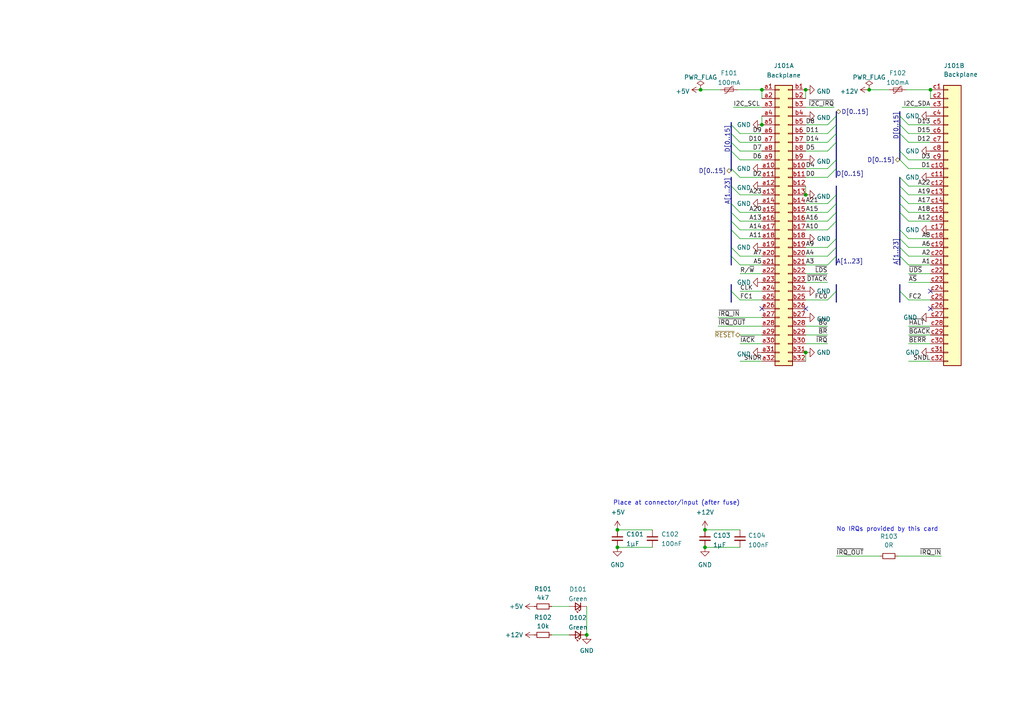
<source format=kicad_sch>
(kicad_sch (version 20211123) (generator eeschema)
  (paper "A4")
  (title_block (title "Backplane Breakout") (rev "1") (company "Tristan Seifert") (comment 1 "Exposes most backplane signals on .1\" headers"))
  (lib_symbols
    (symbol "68komputer-common:Conn_03x32_Row_Letter_First" (pin_names (offset 1.016) hide)
      (property "Reference" "J" (at 1.27 40.64 0))
      (property "Value" "Conn_03x32_Row_Letter_First" (at 1.27 -43.18 0))
      (symbol "Conn_03x32_Row_Letter_First_1_1"
        (rectangle (start -1.27 -40.513) (end 0 -40.767) (stroke (width 0.1524)))
        (rectangle (start -1.27 -37.973) (end 0 -38.227) (stroke (width 0.1524)))
        (rectangle (start -1.27 -35.433) (end 0 -35.687) (stroke (width 0.1524)))
        (rectangle (start -1.27 -32.893) (end 0 -33.147) (stroke (width 0.1524)))
        (rectangle (start -1.27 -30.353) (end 0 -30.607) (stroke (width 0.1524)))
        (rectangle (start -1.27 -27.813) (end 0 -28.067) (stroke (width 0.1524)))
        (rectangle (start -1.27 -25.273) (end 0 -25.527) (stroke (width 0.1524)))
        (rectangle (start -1.27 -22.733) (end 0 -22.987) (stroke (width 0.1524)))
        (rectangle (start -1.27 -20.193) (end 0 -20.447) (stroke (width 0.1524)))
        (rectangle (start -1.27 -17.653) (end 0 -17.907) (stroke (width 0.1524)))
        (rectangle (start -1.27 -15.113) (end 0 -15.367) (stroke (width 0.1524)))
        (rectangle (start -1.27 -12.573) (end 0 -12.827) (stroke (width 0.1524)))
        (rectangle (start -1.27 -10.033) (end 0 -10.287) (stroke (width 0.1524)))
        (rectangle (start -1.27 -7.493) (end 0 -7.747) (stroke (width 0.1524)))
        (rectangle (start -1.27 -4.953) (end 0 -5.207) (stroke (width 0.1524)))
        (rectangle (start -1.27 -2.413) (end 0 -2.667) (stroke (width 0.1524)))
        (rectangle (start -1.27 0.127) (end 0 -0.127) (stroke (width 0.1524)))
        (rectangle (start -1.27 2.667) (end 0 2.413) (stroke (width 0.1524)))
        (rectangle (start -1.27 5.207) (end 0 4.953) (stroke (width 0.1524)))
        (rectangle (start -1.27 7.747) (end 0 7.493) (stroke (width 0.1524)))
        (rectangle (start -1.27 10.287) (end 0 10.033) (stroke (width 0.1524)))
        (rectangle (start -1.27 12.827) (end 0 12.573) (stroke (width 0.1524)))
        (rectangle (start -1.27 15.367) (end 0 15.113) (stroke (width 0.1524)))
        (rectangle (start -1.27 17.907) (end 0 17.653) (stroke (width 0.1524)))
        (rectangle (start -1.27 20.447) (end 0 20.193) (stroke (width 0.1524)))
        (rectangle (start -1.27 22.987) (end 0 22.733) (stroke (width 0.1524)))
        (rectangle (start -1.27 25.527) (end 0 25.273) (stroke (width 0.1524)))
        (rectangle (start -1.27 28.067) (end 0 27.813) (stroke (width 0.1524)))
        (rectangle (start -1.27 30.607) (end 0 30.353) (stroke (width 0.1524)))
        (rectangle (start -1.27 33.147) (end 0 32.893) (stroke (width 0.1524)))
        (rectangle (start -1.27 35.687) (end 0 35.433) (stroke (width 0.1524)))
        (rectangle (start -1.27 38.227) (end 0 37.973) (stroke (width 0.1524)))
        (rectangle (start -1.27 39.37) (end 3.81 -41.91) (stroke (width 0.254)) (fill (type background)))
        (rectangle (start 3.81 -40.513) (end 2.54 -40.767) (stroke (width 0.1524)))
        (rectangle (start 3.81 -37.973) (end 2.54 -38.227) (stroke (width 0.1524)))
        (rectangle (start 3.81 -35.433) (end 2.54 -35.687) (stroke (width 0.1524)))
        (rectangle (start 3.81 -32.893) (end 2.54 -33.147) (stroke (width 0.1524)))
        (rectangle (start 3.81 -30.353) (end 2.54 -30.607) (stroke (width 0.1524)))
        (rectangle (start 3.81 -27.813) (end 2.54 -28.067) (stroke (width 0.1524)))
        (rectangle (start 3.81 -25.273) (end 2.54 -25.527) (stroke (width 0.1524)))
        (rectangle (start 3.81 -22.733) (end 2.54 -22.987) (stroke (width 0.1524)))
        (rectangle (start 3.81 -20.193) (end 2.54 -20.447) (stroke (width 0.1524)))
        (rectangle (start 3.81 -17.653) (end 2.54 -17.907) (stroke (width 0.1524)))
        (rectangle (start 3.81 -15.113) (end 2.54 -15.367) (stroke (width 0.1524)))
        (rectangle (start 3.81 -12.573) (end 2.54 -12.827) (stroke (width 0.1524)))
        (rectangle (start 3.81 -10.033) (end 2.54 -10.287) (stroke (width 0.1524)))
        (rectangle (start 3.81 -7.493) (end 2.54 -7.747) (stroke (width 0.1524)))
        (rectangle (start 3.81 -4.953) (end 2.54 -5.207) (stroke (width 0.1524)))
        (rectangle (start 3.81 -2.413) (end 2.54 -2.667) (stroke (width 0.1524)))
        (rectangle (start 3.81 0.127) (end 2.54 -0.127) (stroke (width 0.1524)))
        (rectangle (start 3.81 2.667) (end 2.54 2.413) (stroke (width 0.1524)))
        (rectangle (start 3.81 5.207) (end 2.54 4.953) (stroke (width 0.1524)))
        (rectangle (start 3.81 7.747) (end 2.54 7.493) (stroke (width 0.1524)))
        (rectangle (start 3.81 10.287) (end 2.54 10.033) (stroke (width 0.1524)))
        (rectangle (start 3.81 12.827) (end 2.54 12.573) (stroke (width 0.1524)))
        (rectangle (start 3.81 15.367) (end 2.54 15.113) (stroke (width 0.1524)))
        (rectangle (start 3.81 17.907) (end 2.54 17.653) (stroke (width 0.1524)))
        (rectangle (start 3.81 20.447) (end 2.54 20.193) (stroke (width 0.1524)))
        (rectangle (start 3.81 22.987) (end 2.54 22.733) (stroke (width 0.1524)))
        (rectangle (start 3.81 25.527) (end 2.54 25.273) (stroke (width 0.1524)))
        (rectangle (start 3.81 28.067) (end 2.54 27.813) (stroke (width 0.1524)))
        (rectangle (start 3.81 30.607) (end 2.54 30.353) (stroke (width 0.1524)))
        (rectangle (start 3.81 33.147) (end 2.54 32.893) (stroke (width 0.1524)))
        (rectangle (start 3.81 35.687) (end 2.54 35.433) (stroke (width 0.1524)))
        (rectangle (start 3.81 38.227) (end 2.54 37.973) (stroke (width 0.1524)))
        (pin passive line (at -5.08 38.1 0) (length 3.81) (name "Pin_a1") (number "a1"))
        (pin passive line (at -5.08 15.24 0) (length 3.81) (name "Pin_a10") (number "a10"))
        (pin passive line (at -5.08 12.7 0) (length 3.81) (name "Pin_a11") (number "a11"))
        (pin passive line (at -5.08 10.16 0) (length 3.81) (name "Pin_a12") (number "a12"))
        (pin passive line (at -5.08 7.62 0) (length 3.81) (name "Pin_a13") (number "a13"))
        (pin passive line (at -5.08 5.08 0) (length 3.81) (name "Pin_a14") (number "a14"))
        (pin passive line (at -5.08 2.54 0) (length 3.81) (name "Pin_a15") (number "a15"))
        (pin passive line (at -5.08 0 0) (length 3.81) (name "Pin_a16") (number "a16"))
        (pin passive line (at -5.08 -2.54 0) (length 3.81) (name "Pin_a17") (number "a17"))
        (pin passive line (at -5.08 -5.08 0) (length 3.81) (name "Pin_a18") (number "a18"))
        (pin passive line (at -5.08 -7.62 0) (length 3.81) (name "Pin_a19") (number "a19"))
        (pin passive line (at -5.08 35.56 0) (length 3.81) (name "Pin_a2") (number "a2"))
        (pin passive line (at -5.08 -10.16 0) (length 3.81) (name "Pin_a20") (number "a20"))
        (pin passive line (at -5.08 -12.7 0) (length 3.81) (name "Pin_a21") (number "a21"))
        (pin passive line (at -5.08 -15.24 0) (length 3.81) (name "Pin_a22") (number "a22"))
        (pin passive line (at -5.08 -17.78 0) (length 3.81) (name "Pin_a23") (number "a23"))
        (pin passive line (at -5.08 -20.32 0) (length 3.81) (name "Pin_a24") (number "a24"))
        (pin passive line (at -5.08 -22.86 0) (length 3.81) (name "Pin_a25") (number "a25"))
        (pin passive line (at -5.08 -25.4 0) (length 3.81) (name "Pin_a26") (number "a26"))
        (pin passive line (at -5.08 -27.94 0) (length 3.81) (name "Pin_a27") (number "a27"))
        (pin passive line (at -5.08 -30.48 0) (length 3.81) (name "Pin_a28") (number "a28"))
        (pin passive line (at -5.08 -33.02 0) (length 3.81) (name "Pin_a29") (number "a29"))
        (pin passive line (at -5.08 33.02 0) (length 3.81) (name "Pin_a3") (number "a3"))
        (pin passive line (at -5.08 -35.56 0) (length 3.81) (name "Pin_a30") (number "a30"))
        (pin passive line (at -5.08 -38.1 0) (length 3.81) (name "Pin_a31") (number "a31"))
        (pin passive line (at -5.08 -40.64 0) (length 3.81) (name "Pin_a32") (number "a32"))
        (pin passive line (at -5.08 30.48 0) (length 3.81) (name "Pin_a4") (number "a4"))
        (pin passive line (at -5.08 27.94 0) (length 3.81) (name "Pin_a5") (number "a5"))
        (pin passive line (at -5.08 25.4 0) (length 3.81) (name "Pin_a6") (number "a6"))
        (pin passive line (at -5.08 22.86 0) (length 3.81) (name "Pin_a7") (number "a7"))
        (pin passive line (at -5.08 20.32 0) (length 3.81) (name "Pin_a8") (number "a8"))
        (pin passive line (at -5.08 17.78 0) (length 3.81) (name "Pin_a9") (number "a9"))
        (pin passive line (at 7.62 38.1 180) (length 3.81) (name "Pin_b1") (number "b1"))
        (pin passive line (at 7.62 15.24 180) (length 3.81) (name "Pin_b10") (number "b10"))
        (pin passive line (at 7.62 12.7 180) (length 3.81) (name "Pin_b11") (number "b11"))
        (pin passive line (at 7.62 10.16 180) (length 3.81) (name "Pin_b12") (number "b12"))
        (pin passive line (at 7.62 7.62 180) (length 3.81) (name "Pin_b13") (number "b13"))
        (pin passive line (at 7.62 5.08 180) (length 3.81) (name "Pin_b14") (number "b14"))
        (pin passive line (at 7.62 2.54 180) (length 3.81) (name "Pin_b15") (number "b15"))
        (pin passive line (at 7.62 0 180) (length 3.81) (name "Pin_b16") (number "b16"))
        (pin passive line (at 7.62 -2.54 180) (length 3.81) (name "Pin_b17") (number "b17"))
        (pin passive line (at 7.62 -5.08 180) (length 3.81) (name "Pin_b18") (number "b18"))
        (pin passive line (at 7.62 -7.62 180) (length 3.81) (name "Pin_b19") (number "b19"))
        (pin passive line (at 7.62 35.56 180) (length 3.81) (name "Pin_b2") (number "b2"))
        (pin passive line (at 7.62 -10.16 180) (length 3.81) (name "Pin_b20") (number "b20"))
        (pin passive line (at 7.62 -12.7 180) (length 3.81) (name "Pin_b21") (number "b21"))
        (pin passive line (at 7.62 -15.24 180) (length 3.81) (name "Pin_b22") (number "b22"))
        (pin passive line (at 7.62 -17.78 180) (length 3.81) (name "Pin_b23") (number "b23"))
        (pin passive line (at 7.62 -20.32 180) (length 3.81) (name "Pin_b24") (number "b24"))
        (pin passive line (at 7.62 -22.86 180) (length 3.81) (name "Pin_b25") (number "b25"))
        (pin passive line (at 7.62 -25.4 180) (length 3.81) (name "Pin_b26") (number "b26"))
        (pin passive line (at 7.62 -27.94 180) (length 3.81) (name "Pin_b27") (number "b27"))
        (pin passive line (at 7.62 -30.48 180) (length 3.81) (name "Pin_b28") (number "b28"))
        (pin passive line (at 7.62 -33.02 180) (length 3.81) (name "Pin_b29") (number "b29"))
        (pin passive line (at 7.62 33.02 180) (length 3.81) (name "Pin_b3") (number "b3"))
        (pin passive line (at 7.62 -35.56 180) (length 3.81) (name "Pin_b30") (number "b30"))
        (pin passive line (at 7.62 -38.1 180) (length 3.81) (name "Pin_b31") (number "b31"))
        (pin passive line (at 7.62 -40.64 180) (length 3.81) (name "Pin_b32") (number "b32"))
        (pin passive line (at 7.62 30.48 180) (length 3.81) (name "Pin_b4") (number "b4"))
        (pin passive line (at 7.62 27.94 180) (length 3.81) (name "Pin_b5") (number "b5"))
        (pin passive line (at 7.62 25.4 180) (length 3.81) (name "Pin_b6") (number "b6"))
        (pin passive line (at 7.62 22.86 180) (length 3.81) (name "Pin_b7") (number "b7"))
        (pin passive line (at 7.62 20.32 180) (length 3.81) (name "Pin_b8") (number "b8"))
        (pin passive line (at 7.62 17.78 180) (length 3.81) (name "Pin_b9") (number "b9"))
      )
      (symbol "Conn_03x32_Row_Letter_First_2_1"
        (rectangle (start -1.27 39.37) (end 3.81 -41.91) (stroke (width 0.254)) (fill (type background)))
        (rectangle (start 3.81 -40.513) (end 2.54 -40.767) (stroke (width 0.1524)))
        (rectangle (start 3.81 -37.973) (end 2.54 -38.227) (stroke (width 0.1524)))
        (rectangle (start 3.81 -35.433) (end 2.54 -35.687) (stroke (width 0.1524)))
        (rectangle (start 3.81 -32.893) (end 2.54 -33.147) (stroke (width 0.1524)))
        (rectangle (start 3.81 -30.353) (end 2.54 -30.607) (stroke (width 0.1524)))
        (rectangle (start 3.81 -27.813) (end 2.54 -28.067) (stroke (width 0.1524)))
        (rectangle (start 3.81 -25.273) (end 2.54 -25.527) (stroke (width 0.1524)))
        (rectangle (start 3.81 -22.733) (end 2.54 -22.987) (stroke (width 0.1524)))
        (rectangle (start 3.81 -20.193) (end 2.54 -20.447) (stroke (width 0.1524)))
        (rectangle (start 3.81 -17.653) (end 2.54 -17.907) (stroke (width 0.1524)))
        (rectangle (start 3.81 -15.113) (end 2.54 -15.367) (stroke (width 0.1524)))
        (rectangle (start 3.81 -12.573) (end 2.54 -12.827) (stroke (width 0.1524)))
        (rectangle (start 3.81 -10.033) (end 2.54 -10.287) (stroke (width 0.1524)))
        (rectangle (start 3.81 -7.493) (end 2.54 -7.747) (stroke (width 0.1524)))
        (rectangle (start 3.81 -4.953) (end 2.54 -5.207) (stroke (width 0.1524)))
        (rectangle (start 3.81 -2.413) (end 2.54 -2.667) (stroke (width 0.1524)))
        (rectangle (start 3.81 0.127) (end 2.54 -0.127) (stroke (width 0.1524)))
        (rectangle (start 3.81 2.667) (end 2.54 2.413) (stroke (width 0.1524)))
        (rectangle (start 3.81 5.207) (end 2.54 4.953) (stroke (width 0.1524)))
        (rectangle (start 3.81 7.747) (end 2.54 7.493) (stroke (width 0.1524)))
        (rectangle (start 3.81 10.287) (end 2.54 10.033) (stroke (width 0.1524)))
        (rectangle (start 3.81 12.827) (end 2.54 12.573) (stroke (width 0.1524)))
        (rectangle (start 3.81 15.367) (end 2.54 15.113) (stroke (width 0.1524)))
        (rectangle (start 3.81 17.907) (end 2.54 17.653) (stroke (width 0.1524)))
        (rectangle (start 3.81 20.447) (end 2.54 20.193) (stroke (width 0.1524)))
        (rectangle (start 3.81 22.987) (end 2.54 22.733) (stroke (width 0.1524)))
        (rectangle (start 3.81 25.527) (end 2.54 25.273) (stroke (width 0.1524)))
        (rectangle (start 3.81 28.067) (end 2.54 27.813) (stroke (width 0.1524)))
        (rectangle (start 3.81 30.607) (end 2.54 30.353) (stroke (width 0.1524)))
        (rectangle (start 3.81 33.147) (end 2.54 32.893) (stroke (width 0.1524)))
        (rectangle (start 3.81 35.687) (end 2.54 35.433) (stroke (width 0.1524)))
        (rectangle (start 3.81 38.227) (end 2.54 37.973) (stroke (width 0.1524)))
        (pin passive line (at 7.62 38.1 180) (length 3.81) (name "Pin_c1") (number "c1"))
        (pin passive line (at 7.62 15.24 180) (length 3.81) (name "Pin_c10") (number "c10"))
        (pin passive line (at 7.62 12.7 180) (length 3.81) (name "Pin_c11") (number "c11"))
        (pin passive line (at 7.62 10.16 180) (length 3.81) (name "Pin_c12") (number "c12"))
        (pin passive line (at 7.62 7.62 180) (length 3.81) (name "Pin_c13") (number "c13"))
        (pin passive line (at 7.62 5.08 180) (length 3.81) (name "Pin_c14") (number "c14"))
        (pin passive line (at 7.62 2.54 180) (length 3.81) (name "Pin_c15") (number "c15"))
        (pin passive line (at 7.62 0 180) (length 3.81) (name "Pin_c16") (number "c16"))
        (pin passive line (at 7.62 -2.54 180) (length 3.81) (name "Pin_c17") (number "c17"))
        (pin passive line (at 7.62 -5.08 180) (length 3.81) (name "Pin_c18") (number "c18"))
        (pin passive line (at 7.62 -7.62 180) (length 3.81) (name "Pin_c19") (number "c19"))
        (pin passive line (at 7.62 35.56 180) (length 3.81) (name "Pin_c2") (number "c2"))
        (pin passive line (at 7.62 -10.16 180) (length 3.81) (name "Pin_c20") (number "c20"))
        (pin passive line (at 7.62 -12.7 180) (length 3.81) (name "Pin_c21") (number "c21"))
        (pin passive line (at 7.62 -15.24 180) (length 3.81) (name "Pin_c22") (number "c22"))
        (pin passive line (at 7.62 -17.78 180) (length 3.81) (name "Pin_c23") (number "c23"))
        (pin passive line (at 7.62 -20.32 180) (length 3.81) (name "Pin_c24") (number "c24"))
        (pin passive line (at 7.62 -22.86 180) (length 3.81) (name "Pin_c25") (number "c25"))
        (pin passive line (at 7.62 -25.4 180) (length 3.81) (name "Pin_c26") (number "c26"))
        (pin passive line (at 7.62 -27.94 180) (length 3.81) (name "Pin_c27") (number "c27"))
        (pin passive line (at 7.62 -30.48 180) (length 3.81) (name "Pin_c28") (number "c28"))
        (pin passive line (at 7.62 -33.02 180) (length 3.81) (name "Pin_c29") (number "c29"))
        (pin passive line (at 7.62 33.02 180) (length 3.81) (name "Pin_c3") (number "c3"))
        (pin passive line (at 7.62 -35.56 180) (length 3.81) (name "Pin_c30") (number "c30"))
        (pin passive line (at 7.62 -38.1 180) (length 3.81) (name "Pin_c31") (number "c31"))
        (pin passive line (at 7.62 -40.64 180) (length 3.81) (name "Pin_c32") (number "c32"))
        (pin passive line (at 7.62 30.48 180) (length 3.81) (name "Pin_c4") (number "c4"))
        (pin passive line (at 7.62 27.94 180) (length 3.81) (name "Pin_c5") (number "c5"))
        (pin passive line (at 7.62 25.4 180) (length 3.81) (name "Pin_c6") (number "c6"))
        (pin passive line (at 7.62 22.86 180) (length 3.81) (name "Pin_c7") (number "c7"))
        (pin passive line (at 7.62 20.32 180) (length 3.81) (name "Pin_c8") (number "c8"))
        (pin passive line (at 7.62 17.78 180) (length 3.81) (name "Pin_c9") (number "c9"))
      )
    )
    (symbol "Device:C_Small" (pin_numbers hide) (pin_names (offset 0.254) hide)
      (property "Reference" "C" (at 0.254 1.778 0))
      (property "Value" "C_Small" (at 0.254 -2.032 0))
      (symbol "C_Small_0_1"
        (polyline (pts (xy -1.524 -0.508) (xy 1.524 -0.508)) (stroke (width 0.3302)))
        (polyline (pts (xy -1.524 0.508) (xy 1.524 0.508)) (stroke (width 0.3048)))
      )
      (symbol "C_Small_1_1"
        (pin passive line (at 0 2.54 270) (length 2.032) (name "~") (number "1"))
        (pin passive line (at 0 -2.54 90) (length 2.032) (name "~") (number "2"))
      )
    )
    (symbol "Device:LED_Small" (pin_numbers hide) (pin_names (offset 0.254) hide)
      (property "Reference" "D" (at -1.27 3.175 0))
      (property "Value" "LED_Small" (at -4.445 -2.54 0))
      (symbol "LED_Small_0_1"
        (polyline (pts (xy -0.762 -1.016) (xy -0.762 1.016)) (stroke (width 0.254)))
        (polyline (pts (xy 1.016 0) (xy -0.762 0)))
        (polyline (pts (xy 0.762 -1.016) (xy -0.762 0) (xy 0.762 1.016) (xy 0.762 -1.016)) (stroke (width 0.254)))
        (polyline (pts (xy 0 0.762) (xy -0.508 1.27) (xy -0.254 1.27) (xy -0.508 1.27) (xy -0.508 1.016)))
        (polyline (pts (xy 0.508 1.27) (xy 0 1.778) (xy 0.254 1.778) (xy 0 1.778) (xy 0 1.524)))
      )
      (symbol "LED_Small_1_1"
        (pin passive line (at -2.54 0 0) (length 1.778) (name "K") (number "1"))
        (pin passive line (at 2.54 0 180) (length 1.778) (name "A") (number "2"))
      )
    )
    (symbol "Device:Polyfuse_Small" (pin_numbers hide) (pin_names (offset 0))
      (property "Reference" "F" (at -1.905 0 90))
      (property "Value" "Polyfuse_Small" (at 1.905 0 90))
      (symbol "Polyfuse_Small_0_1"
        (rectangle (start -0.508 1.27) (end 0.508 -1.27))
        (polyline (pts (xy 0 2.54) (xy 0 -2.54)))
        (polyline (pts (xy -1.016 1.27) (xy -1.016 0.762) (xy 1.016 -0.762) (xy 1.016 -1.27)))
      )
      (symbol "Polyfuse_Small_1_1"
        (pin passive line (at 0 2.54 270) (length 0.635) (name "~") (number "1"))
        (pin passive line (at 0 -2.54 90) (length 0.635) (name "~") (number "2"))
      )
    )
    (symbol "Device:R_Small" (pin_numbers hide) (pin_names (offset 0.254) hide)
      (property "Reference" "R" (at 0.762 0.508 0))
      (property "Value" "R_Small" (at 0.762 -1.016 0))
      (symbol "R_Small_0_1"
        (rectangle (start -0.762 1.778) (end 0.762 -1.778) (stroke (width 0.2032)))
      )
      (symbol "R_Small_1_1"
        (pin passive line (at 0 2.54 270) (length 0.762) (name "~") (number "1"))
        (pin passive line (at 0 -2.54 90) (length 0.762) (name "~") (number "2"))
      )
    )
    (symbol "power:+12V" (power) (pin_names (offset 0))
      (property "Value" "+12V" (at 0 3.556 0))
      (symbol "+12V_0_1"
        (polyline (pts (xy -0.762 1.27) (xy 0 2.54)))
        (polyline (pts (xy 0 0) (xy 0 2.54)))
        (polyline (pts (xy 0 2.54) (xy 0.762 1.27)))
      )
      (symbol "+12V_1_1"
        (pin power_in line (at 0 0 90) (length 0) hide (name "+12V") (number "1"))
      )
    )
    (symbol "power:+5V" (power) (pin_names (offset 0))
      (property "Value" "+5V" (at 0 3.556 0))
      (symbol "+5V_0_1"
        (polyline (pts (xy -0.762 1.27) (xy 0 2.54)))
        (polyline (pts (xy 0 0) (xy 0 2.54)))
        (polyline (pts (xy 0 2.54) (xy 0.762 1.27)))
      )
      (symbol "+5V_1_1"
        (pin power_in line (at 0 0 90) (length 0) hide (name "+5V") (number "1"))
      )
    )
    (symbol "power:GND" (power) (pin_names (offset 0))
      (property "Value" "GND" (at 0 -3.81 0))
      (symbol "GND_0_1"
        (polyline (pts (xy 0 0) (xy 0 -1.27) (xy 1.27 -1.27) (xy 0 -2.54) (xy -1.27 -1.27) (xy 0 -1.27)))
      )
      (symbol "GND_1_1"
        (pin power_in line (at 0 0 270) (length 0) hide (name "GND") (number "1"))
      )
    )
    (symbol "power:PWR_FLAG" (power) (pin_numbers hide) (pin_names (offset 0) hide)
      (property "Value" "PWR_FLAG" (at 0 3.81 0))
      (symbol "PWR_FLAG_0_0"
        (pin power_out line (at 0 0 90) (length 0) (name "pwr") (number "1"))
      )
      (symbol "PWR_FLAG_0_1"
        (polyline (pts (xy 0 0) (xy 0 1.27) (xy -1.016 1.905) (xy 0 2.54) (xy 1.016 1.905) (xy 0 1.27)))
      )
    )
  )
  (junction (at 252.095 26.035))
  (junction (at 233.68 56.515))
  (junction (at 220.98 36.195))
  (junction (at 204.47 153.67))
  (junction (at 203.2 26.035))
  (junction (at 170.18 184.15))
  (junction (at 233.68 102.235))
  (junction (at 204.47 158.75))
  (junction (at 233.68 26.035))
  (junction (at 269.875 26.035))
  (junction (at 220.98 26.035))
  (junction (at 179.07 158.75))
  (junction (at 179.07 153.67))
  (no_connect (at 220.98 89.535))
  (no_connect (at 233.68 89.535))
  (no_connect (at 269.875 89.535))
  (no_connect (at 269.875 84.455))
  (bus_entry (at 240.03 51.435) (size 2.54 -2.54))
  (bus_entry (at 212.09 36.195) (size 2.54 2.54))
  (bus_entry (at 260.985 38.735) (size 2.54 2.54))
  (bus_entry (at 260.985 66.675) (size 2.54 2.54))
  (bus_entry (at 240.03 48.895) (size 2.54 -2.54))
  (bus_entry (at 240.03 59.055) (size 2.54 -2.54))
  (bus_entry (at 240.03 41.275) (size 2.54 -2.54))
  (bus_entry (at 260.985 33.655) (size 2.54 2.54))
  (bus_entry (at 212.09 43.815) (size 2.54 2.54))
  (bus_entry (at 260.985 36.195) (size 2.54 2.54))
  (bus_entry (at 212.09 71.755) (size 2.54 2.54))
  (bus_entry (at 260.985 59.055) (size 2.54 2.54))
  (bus_entry (at 260.985 61.595) (size 2.54 2.54))
  (bus_entry (at 212.09 48.895) (size 2.54 2.54))
  (bus_entry (at 212.09 61.595) (size 2.54 2.54))
  (bus_entry (at 240.03 76.835) (size 2.54 -2.54))
  (bus_entry (at 240.03 64.135) (size 2.54 -2.54))
  (bus_entry (at 260.985 56.515) (size 2.54 2.54))
  (bus_entry (at 212.09 59.055) (size 2.54 2.54))
  (bus_entry (at 240.03 66.675) (size 2.54 -2.54))
  (bus_entry (at 260.985 84.455) (size 2.54 2.54))
  (bus_entry (at 212.09 41.275) (size 2.54 2.54))
  (bus_entry (at 212.09 84.455) (size 2.54 2.54))
  (bus_entry (at 212.09 53.975) (size 2.54 2.54))
  (bus_entry (at 260.985 51.435) (size 2.54 2.54))
  (bus_entry (at 240.03 38.735) (size 2.54 -2.54))
  (bus_entry (at 212.09 64.135) (size 2.54 2.54))
  (bus_entry (at 242.57 84.455) (size -2.54 2.54))
  (bus_entry (at 260.985 69.215) (size 2.54 2.54))
  (bus_entry (at 212.09 74.295) (size 2.54 2.54))
  (bus_entry (at 240.03 43.815) (size 2.54 -2.54))
  (bus_entry (at 240.03 61.595) (size 2.54 -2.54))
  (bus_entry (at 212.09 38.735) (size 2.54 2.54))
  (bus_entry (at 260.985 46.355) (size 2.54 2.54))
  (bus_entry (at 260.985 43.815) (size 2.54 2.54))
  (bus_entry (at 240.03 74.295) (size 2.54 -2.54))
  (bus_entry (at 260.985 53.975) (size 2.54 2.54))
  (bus_entry (at 240.03 36.195) (size 2.54 -2.54))
  (bus_entry (at 212.09 66.675) (size 2.54 2.54))
  (bus_entry (at 260.985 71.755) (size 2.54 2.54))
  (bus_entry (at 240.03 71.755) (size 2.54 -2.54))
  (bus_entry (at 260.985 74.295) (size 2.54 2.54))
  (wire (pts (xy 233.68 59.055) (xy 240.03 59.055)))
  (bus (pts (xy 242.57 74.295) (xy 242.57 76.835)))
  (bus (pts (xy 242.57 48.895) (xy 242.57 51.435)))
  (wire (pts (xy 233.68 102.235) (xy 233.68 104.775)))
  (bus (pts (xy 212.09 36.195) (xy 212.09 38.735)))
  (wire (pts (xy 214.63 61.595) (xy 220.98 61.595)))
  (wire (pts (xy 263.525 46.355) (xy 269.875 46.355)))
  (bus (pts (xy 260.985 61.595) (xy 260.985 66.675)))
  (bus (pts (xy 212.09 43.815) (xy 212.09 48.895)))
  (wire (pts (xy 214.63 76.835) (xy 220.98 76.835)))
  (bus (pts (xy 242.57 64.135) (xy 242.57 69.215)))
  (bus (pts (xy 212.09 53.975) (xy 212.09 59.055)))
  (wire (pts (xy 240.03 79.375) (xy 233.68 79.375)))
  (wire (pts (xy 263.525 71.755) (xy 269.875 71.755)))
  (wire (pts (xy 233.68 66.675) (xy 240.03 66.675)))
  (bus (pts (xy 242.57 69.215) (xy 242.57 71.755)))
  (wire (pts (xy 263.525 69.215) (xy 269.875 69.215)))
  (bus (pts (xy 260.985 59.055) (xy 260.985 61.595)))
  (bus (pts (xy 212.09 59.055) (xy 212.09 61.595)))
  (wire (pts (xy 213.995 26.035) (xy 220.98 26.035)))
  (wire (pts (xy 233.68 51.435) (xy 240.03 51.435)))
  (bus (pts (xy 242.57 56.515) (xy 242.57 59.055)))
  (wire (pts (xy 240.03 97.155) (xy 233.68 97.155)))
  (wire (pts (xy 212.725 31.115) (xy 220.98 31.115)))
  (wire (pts (xy 214.63 66.675) (xy 220.98 66.675)))
  (bus (pts (xy 260.985 51.435) (xy 260.985 53.975)))
  (wire (pts (xy 233.68 48.895) (xy 240.03 48.895)))
  (bus (pts (xy 260.985 71.755) (xy 260.985 74.295)))
  (wire (pts (xy 233.68 64.135) (xy 240.03 64.135)))
  (bus (pts (xy 260.985 43.815) (xy 260.985 46.355)))
  (wire (pts (xy 214.63 46.355) (xy 220.98 46.355)))
  (wire (pts (xy 214.63 84.455) (xy 220.98 84.455)))
  (bus (pts (xy 212.09 61.595) (xy 212.09 64.135)))
  (wire (pts (xy 263.525 79.375) (xy 269.875 79.375)))
  (bus (pts (xy 242.57 84.455) (xy 242.57 87.63)))
  (bus (pts (xy 212.09 66.675) (xy 212.09 71.755)))
  (wire (pts (xy 269.875 94.615) (xy 263.525 94.615)))
  (wire (pts (xy 214.63 43.815) (xy 220.98 43.815)))
  (wire (pts (xy 233.68 71.755) (xy 240.03 71.755)))
  (wire (pts (xy 203.2 26.035) (xy 208.915 26.035)))
  (wire (pts (xy 214.63 104.775) (xy 220.98 104.775)))
  (wire (pts (xy 263.525 48.895) (xy 269.875 48.895)))
  (bus (pts (xy 242.57 32.385) (xy 242.57 33.655)))
  (wire (pts (xy 263.525 56.515) (xy 269.875 56.515)))
  (wire (pts (xy 263.525 104.775) (xy 269.875 104.775)))
  (bus (pts (xy 212.09 51.435) (xy 212.09 53.975)))
  (wire (pts (xy 261.62 31.115) (xy 269.875 31.115)))
  (wire (pts (xy 214.63 51.435) (xy 220.98 51.435)))
  (wire (pts (xy 160.02 184.15) (xy 165.1 184.15)))
  (wire (pts (xy 263.525 59.055) (xy 269.875 59.055)))
  (bus (pts (xy 242.57 71.755) (xy 242.57 74.295)))
  (wire (pts (xy 263.525 74.295) (xy 269.875 74.295)))
  (wire (pts (xy 233.68 38.735) (xy 240.03 38.735)))
  (wire (pts (xy 262.89 26.035) (xy 269.875 26.035)))
  (wire (pts (xy 179.07 153.67) (xy 189.23 153.67)))
  (wire (pts (xy 214.63 56.515) (xy 220.98 56.515)))
  (wire (pts (xy 252.095 26.035) (xy 257.81 26.035)))
  (wire (pts (xy 204.47 153.67) (xy 214.63 153.67)))
  (wire (pts (xy 269.875 99.695) (xy 263.525 99.695)))
  (bus (pts (xy 212.09 38.735) (xy 212.09 41.275)))
  (bus (pts (xy 260.985 32.385) (xy 260.985 33.655)))
  (wire (pts (xy 208.28 94.615) (xy 220.98 94.615)))
  (bus (pts (xy 212.09 48.895) (xy 212.09 49.53)))
  (bus (pts (xy 212.09 41.275) (xy 212.09 43.815)))
  (wire (pts (xy 240.03 99.695) (xy 233.68 99.695)))
  (bus (pts (xy 212.09 71.755) (xy 212.09 74.295)))
  (bus (pts (xy 260.985 69.215) (xy 260.985 71.755)))
  (wire (pts (xy 233.68 74.295) (xy 240.03 74.295)))
  (wire (pts (xy 233.68 31.115) (xy 241.935 31.115)))
  (bus (pts (xy 260.985 74.295) (xy 260.985 76.835)))
  (bus (pts (xy 242.57 38.735) (xy 242.57 41.275)))
  (wire (pts (xy 214.63 74.295) (xy 220.98 74.295)))
  (bus (pts (xy 260.985 66.675) (xy 260.985 69.215)))
  (wire (pts (xy 233.68 36.195) (xy 240.03 36.195)))
  (wire (pts (xy 220.98 33.655) (xy 220.98 36.195)))
  (wire (pts (xy 233.68 61.595) (xy 240.03 61.595)))
  (bus (pts (xy 260.985 56.515) (xy 260.985 59.055)))
  (bus (pts (xy 242.57 46.355) (xy 242.57 48.895)))
  (wire (pts (xy 214.63 86.995) (xy 220.98 86.995)))
  (wire (pts (xy 233.68 26.035) (xy 233.68 28.575)))
  (wire (pts (xy 263.525 97.155) (xy 269.875 97.155)))
  (wire (pts (xy 263.525 64.135) (xy 269.875 64.135)))
  (bus (pts (xy 242.57 33.655) (xy 242.57 36.195)))
  (wire (pts (xy 269.875 26.035) (xy 269.875 28.575)))
  (wire (pts (xy 204.47 158.75) (xy 214.63 158.75)))
  (bus (pts (xy 212.09 82.55) (xy 212.09 84.455)))
  (wire (pts (xy 233.68 86.995) (xy 240.03 86.995)))
  (bus (pts (xy 260.985 53.975) (xy 260.985 56.515)))
  (wire (pts (xy 214.63 41.275) (xy 220.98 41.275)))
  (wire (pts (xy 240.03 81.915) (xy 233.68 81.915)))
  (wire (pts (xy 233.68 94.615) (xy 240.03 94.615)))
  (wire (pts (xy 233.68 76.835) (xy 240.03 76.835)))
  (wire (pts (xy 263.525 36.195) (xy 269.875 36.195)))
  (wire (pts (xy 273.05 161.29) (xy 260.35 161.29)))
  (wire (pts (xy 263.525 76.835) (xy 269.875 76.835)))
  (wire (pts (xy 233.68 41.275) (xy 240.03 41.275)))
  (wire (pts (xy 160.02 175.895) (xy 165.1 175.895)))
  (wire (pts (xy 214.63 69.215) (xy 220.98 69.215)))
  (bus (pts (xy 212.09 64.135) (xy 212.09 66.675)))
  (wire (pts (xy 263.525 86.995) (xy 269.875 86.995)))
  (bus (pts (xy 260.985 33.655) (xy 260.985 36.195)))
  (wire (pts (xy 179.07 158.75) (xy 189.23 158.75)))
  (bus (pts (xy 212.09 35.56) (xy 212.09 36.195)))
  (bus (pts (xy 242.57 82.55) (xy 242.57 84.455)))
  (wire (pts (xy 233.68 43.815) (xy 240.03 43.815)))
  (wire (pts (xy 220.98 26.035) (xy 220.98 28.575)))
  (bus (pts (xy 260.985 84.455) (xy 260.985 87.63)))
  (wire (pts (xy 263.525 81.915) (xy 269.875 81.915)))
  (wire (pts (xy 233.68 53.975) (xy 233.68 56.515)))
  (bus (pts (xy 212.09 74.295) (xy 212.09 76.835)))
  (wire (pts (xy 263.525 38.735) (xy 269.875 38.735)))
  (bus (pts (xy 242.57 59.055) (xy 242.57 61.595)))
  (wire (pts (xy 220.98 97.155) (xy 214.63 97.155)))
  (wire (pts (xy 208.28 92.075) (xy 220.98 92.075)))
  (bus (pts (xy 242.57 41.275) (xy 242.57 46.355)))
  (bus (pts (xy 260.985 38.735) (xy 260.985 43.815)))
  (wire (pts (xy 263.525 41.275) (xy 269.875 41.275)))
  (bus (pts (xy 242.57 53.975) (xy 242.57 56.515)))
  (wire (pts (xy 263.525 53.975) (xy 269.875 53.975)))
  (bus (pts (xy 242.57 36.195) (xy 242.57 38.735)))
  (wire (pts (xy 214.63 99.695) (xy 220.98 99.695)))
  (bus (pts (xy 212.09 84.455) (xy 212.09 87.63)))
  (wire (pts (xy 214.63 38.735) (xy 220.98 38.735)))
  (bus (pts (xy 242.57 61.595) (xy 242.57 64.135)))
  (bus (pts (xy 260.985 82.55) (xy 260.985 84.455)))
  (wire (pts (xy 214.63 64.135) (xy 220.98 64.135)))
  (bus (pts (xy 260.985 36.195) (xy 260.985 38.735)))
  (wire (pts (xy 170.18 175.895) (xy 170.18 184.15)))
  (wire (pts (xy 214.63 79.375) (xy 220.98 79.375)))
  (wire (pts (xy 263.525 61.595) (xy 269.875 61.595)))
  (wire (pts (xy 242.57 161.29) (xy 255.27 161.29)))
  (text "No IRQs provided by this card" (at 242.57 154.305 0) (effects (font (size 1.27 1.27)) (justify left bottom)))
  (text "Place at connector/input (after fuse)" (at 177.8 146.685 0) (effects (font (size 1.27 1.27)) (justify left bottom)))
  (label "D1" (at 269.875 48.895 180))
  (label "D12" (at 269.875 41.275 180))
  (label "~{I2C_IRQ}" (at 241.935 31.115 180))
  (label "~{BGACK}" (at 263.525 97.155 0))
  (label "~{IRQ}" (at 240.03 99.695 180))
  (label "R{slash}~{W}" (at 214.63 79.375 0))
  (label "SNDL" (at 269.875 104.775 180))
  (label "I2C_SCL" (at 212.725 31.115 0))
  (label "A2" (at 269.875 74.295 180))
  (label "D[0..15]" (at 260.985 32.385 270))
  (label "A20" (at 220.98 61.595 180))
  (label "A13" (at 220.98 64.135 180))
  (label "A17" (at 269.875 59.055 180))
  (label "FC0" (at 240.03 86.995 180))
  (label "A12" (at 269.875 64.135 180))
  (label "A18" (at 269.875 61.595 180))
  (label "A6" (at 269.875 71.755 180))
  (label "D10" (at 220.98 41.275 180))
  (label "D15" (at 269.875 38.735 180))
  (label "A10" (at 233.68 66.675 0))
  (label "A15" (at 233.68 61.595 0))
  (label "D5" (at 233.68 43.815 0))
  (label "~{IRQ_OUT}" (at 242.57 161.29 0))
  (label "D7" (at 220.98 43.815 180))
  (label "D8" (at 233.68 36.195 0))
  (label "~{IRQ_IN}" (at 273.05 161.29 180))
  (label "D4" (at 233.68 48.895 0))
  (label "~{BR}" (at 240.03 97.155 180))
  (label "D6" (at 220.98 46.355 180))
  (label "~{IRQ_IN}" (at 208.28 92.075 0))
  (label "A11" (at 220.98 69.215 180))
  (label "~{HALT}" (at 263.525 94.615 0))
  (label "A4" (at 233.68 74.295 0))
  (label "D11" (at 233.68 38.735 0))
  (label "~{IACK}" (at 214.63 99.695 0))
  (label "~{DTACK}" (at 240.03 81.915 180))
  (label "A[1..23]" (at 242.57 76.835 0))
  (label "A[1..23]" (at 212.09 51.435 270))
  (label "A3" (at 233.68 76.835 0))
  (label "~{BG}" (at 240.03 94.615 180))
  (label "~{LDS}" (at 240.03 79.375 180))
  (label "CLK" (at 214.63 84.455 0))
  (label "A1" (at 269.875 76.835 180))
  (label "A22" (at 269.875 53.975 180))
  (label "D9" (at 220.98 38.735 180))
  (label "~{BERR}" (at 263.525 99.695 0))
  (label "A23" (at 220.98 56.515 180))
  (label "D[0..15]" (at 242.57 51.435 0))
  (label "A[1..23]" (at 260.985 76.835 90))
  (label "D0" (at 233.68 51.435 0))
  (label "~{AS}" (at 263.525 81.915 0))
  (label "FC2" (at 263.525 86.995 0))
  (label "D2" (at 220.98 51.435 180))
  (label "A9" (at 233.68 71.755 0))
  (label "SNDR" (at 220.98 104.775 180))
  (label "~{UDS}" (at 263.525 79.375 0))
  (label "A7" (at 220.98 74.295 180))
  (label "A5" (at 220.98 76.835 180))
  (label "D3" (at 269.875 46.355 180))
  (label "~{IRQ_OUT}" (at 208.28 94.615 0))
  (label "A21" (at 233.68 59.055 0))
  (label "FC1" (at 214.63 86.995 0))
  (label "A16" (at 233.68 64.135 0))
  (label "D14" (at 233.68 41.275 0))
  (label "I2C_SDA" (at 269.875 31.115 180))
  (label "A14" (at 220.98 66.675 180))
  (label "A8" (at 269.875 69.215 180))
  (label "D13" (at 269.875 36.195 180))
  (label "D[0..15]" (at 212.09 36.195 270))
  (label "A19" (at 269.875 56.515 180))
  (hierarchical_label "D[0..15]" (shape bidirectional) (at 242.57 32.385 0))
  (hierarchical_label "D[0..15]" (shape bidirectional) (at 260.985 46.355 180))
  (hierarchical_label "D[0..15]" (shape bidirectional) (at 212.09 49.53 180))
  (hierarchical_label "~{RESET}" (shape bidirectional) (at 214.63 97.155 180))
  (symbol (lib_id "68komputer-common:Conn_03x32_Row_Letter_First") (at 226.06 64.135 0) (unit 1)
    (property "Reference" "J101" (at 227.33 19.05 0))
    (property "Value" "Backplane" (at 227.33 21.8251 0))
    (property "Footprint" "Connector_DIN:DIN41612_R_3x32_Male_Horizontal_THT" (effects hide))
    (property "MPN" "86093967113H55ELF" (effects hide))
  )
  (symbol (lib_id "power:GND") (at 220.98 102.235 270) (unit 1)
    (property "Reference" "#PWR0108" (effects hide))
    (property "Value" "GND" (at 217.805 102.714 90) (effects (justify right)))
  )
  (symbol (lib_id "power:+12V") (at 252.095 26.035 90) (unit 1)
    (property "Reference" "#PWR0117" (effects hide))
    (property "Value" "+12V" (at 248.92 26.514 90) (effects (justify left)))
  )
  (symbol (lib_id "power:GND") (at 269.875 66.675 270) (unit 1)
    (property "Reference" "#PWR0121" (effects hide))
    (property "Value" "GND" (at 266.7 66.675 90) (effects (justify right)))
  )
  (symbol (lib_id "power:GND") (at 220.98 48.895 270) (unit 1)
    (property "Reference" "#PWR0103" (effects hide))
    (property "Value" "GND" (at 217.805 48.895 90) (effects (justify right)))
  )
  (symbol (lib_id "power:+12V") (at 154.94 184.15 90) (unit 1)
    (property "Reference" "#PWR0125" (effects hide))
    (property "Value" "+12V" (at 151.765 184.1499 90) (effects (justify left)))
  )
  (symbol (lib_id "Device:R_Small") (at 157.48 175.895 270) (mirror x) (unit 1)
    (property "Reference" "R101" (at 157.48 170.815 90))
    (property "Value" "4k7" (at 157.48 173.355 90))
    (property "Footprint" "Resistor_SMD:R_0805_2012Metric" (effects hide))
  )
  (symbol (lib_id "power:GND") (at 179.07 158.75 0) (unit 1)
    (property "Reference" "#PWR0128" (effects hide))
    (property "Value" "GND" (at 179.07 163.83 0))
  )
  (symbol (lib_id "power:GND") (at 269.875 43.815 270) (unit 1)
    (property "Reference" "#PWR0119" (effects hide))
    (property "Value" "GND" (at 266.7 43.815 90) (effects (justify right)))
  )
  (symbol (lib_id "power:GND") (at 220.98 36.195 270) (unit 1)
    (property "Reference" "#PWR0102" (effects hide))
    (property "Value" "GND" (at 217.805 36.195 90) (effects (justify right)))
  )
  (symbol (lib_id "68komputer-common:Conn_03x32_Row_Letter_First") (at 277.495 64.135 0) (mirror y) (unit 2)
    (property "Reference" "J101" (at 273.685 19.05 0) (effects (justify right)))
    (property "Value" "Backplane" (at 273.685 21.59 0) (effects (justify right)))
    (property "Footprint" "Connector_DIN:DIN41612_R_3x32_Male_Horizontal_THT" (effects hide))
  )
  (symbol (lib_id "Device:R_Small") (at 257.81 161.29 90) (unit 1)
    (property "Reference" "R103" (at 257.81 155.575 90))
    (property "Value" "0R" (at 257.81 158.115 90))
    (property "Footprint" "Resistor_SMD:R_0805_2012Metric" (effects hide))
    (property "MPN" "RC0805JR-100RL" (effects hide))
  )
  (symbol (lib_id "Device:LED_Small") (at 167.64 184.15 180) (unit 1)
    (property "Reference" "D102" (at 167.64 179.1675 0))
    (property "Value" "Green" (at 167.64 181.9426 0))
    (property "Footprint" "LED_SMD:LED_0805_2012Metric" (effects hide))
  )
  (symbol (lib_id "Device:LED_Small") (at 167.64 175.895 180) (unit 1)
    (property "Reference" "D101" (at 167.64 170.9125 0))
    (property "Value" "Green" (at 167.64 173.6876 0))
    (property "Footprint" "LED_SMD:LED_0805_2012Metric" (effects hide))
  )
  (symbol (lib_id "power:+5V") (at 203.2 26.035 90) (unit 1)
    (property "Reference" "#PWR0101" (effects hide))
    (property "Value" "+5V" (at 200.025 26.514 90) (effects (justify left)))
  )
  (symbol (lib_id "power:GND") (at 233.68 26.035 90) (unit 1)
    (property "Reference" "#PWR0109" (effects hide))
    (property "Value" "GND" (at 236.855 26.514 90) (effects (justify right)))
  )
  (symbol (lib_id "power:PWR_FLAG") (at 252.095 26.035 0) (unit 1)
    (property "Reference" "#FLG0102" (effects hide))
    (property "Value" "PWR_FLAG" (at 252.095 22.4305 0))
  )
  (symbol (lib_id "power:GND") (at 269.875 92.075 270) (unit 1)
    (property "Reference" "#PWR0122" (effects hide))
    (property "Value" "GND" (at 266.065 92.0749 90) (effects (justify right)))
  )
  (symbol (lib_id "power:GND") (at 233.68 92.075 90) (unit 1)
    (property "Reference" "#PWR0115" (effects hide))
    (property "Value" "GND" (at 236.855 92.554 90) (effects (justify right)))
  )
  (symbol (lib_id "Device:C_Small") (at 189.23 156.21 0) (unit 1)
    (property "Reference" "C102" (at 191.77 154.94 0) (effects (justify left)))
    (property "Value" "100nF" (at 191.77 157.7151 0) (effects (justify left)))
    (property "Footprint" "Capacitor_SMD:C_0805_2012Metric" (effects hide))
  )
  (symbol (lib_id "power:+5V") (at 154.94 175.895 90) (unit 1)
    (property "Reference" "#PWR0124" (effects hide))
    (property "Value" "+5V" (at 151.765 175.8949 90) (effects (justify left)))
  )
  (symbol (lib_id "Device:Polyfuse_Small") (at 260.35 26.035 90) (unit 1)
    (property "Reference" "F102" (at 260.35 21.1795 90))
    (property "Value" "100mA" (at 260.35 23.9546 90))
    (property "Footprint" "Fuse:Fuse_1812_4532Metric" (effects hide))
    (property "MPN" "PTS181230V010" (effects hide))
  )
  (symbol (lib_id "power:GND") (at 269.875 51.435 270) (unit 1)
    (property "Reference" "#PWR0120" (effects hide))
    (property "Value" "GND" (at 266.7 51.435 90) (effects (justify right)))
  )
  (symbol (lib_id "power:GND") (at 233.68 69.215 90) (unit 1)
    (property "Reference" "#PWR0113" (effects hide))
    (property "Value" "GND" (at 236.855 69.215 90) (effects (justify right)))
  )
  (symbol (lib_id "power:GND") (at 233.68 33.655 90) (unit 1)
    (property "Reference" "#PWR0110" (effects hide))
    (property "Value" "GND" (at 236.855 34.134 90) (effects (justify right)))
  )
  (symbol (lib_id "Device:C_Small") (at 214.63 156.21 0) (unit 1)
    (property "Reference" "C104" (at 216.9541 155.3015 0) (effects (justify left)))
    (property "Value" "100nF" (at 216.9541 158.0766 0) (effects (justify left)))
    (property "Footprint" "Capacitor_SMD:C_0805_2012Metric" (effects hide))
  )
  (symbol (lib_id "power:+5V") (at 179.07 153.67 0) (unit 1)
    (property "Reference" "#PWR0127" (effects hide))
    (property "Value" "+5V" (at 177.165 148.59 0) (effects (justify left)))
  )
  (symbol (lib_id "power:GND") (at 204.47 158.75 0) (unit 1)
    (property "Reference" "#PWR0130" (effects hide))
    (property "Value" "GND" (at 204.47 163.83 0))
  )
  (symbol (lib_id "power:PWR_FLAG") (at 203.2 26.035 0) (unit 1)
    (property "Reference" "#FLG0101" (effects hide))
    (property "Value" "PWR_FLAG" (at 203.2 22.4305 0))
  )
  (symbol (lib_id "Device:Polyfuse_Small") (at 211.455 26.035 90) (unit 1)
    (property "Reference" "F101" (at 211.455 21.1795 90))
    (property "Value" "100mA" (at 211.455 23.9546 90))
    (property "Footprint" "Fuse:Fuse_1812_4532Metric" (effects hide))
    (property "MPN" "PTS181230V010" (effects hide))
  )
  (symbol (lib_id "power:GND") (at 269.875 33.655 270) (unit 1)
    (property "Reference" "#PWR0118" (effects hide))
    (property "Value" "GND" (at 266.7 33.655 90) (effects (justify right)))
  )
  (symbol (lib_id "power:GND") (at 233.68 84.455 90) (unit 1)
    (property "Reference" "#PWR0114" (effects hide))
    (property "Value" "GND" (at 236.855 84.455 90) (effects (justify right)))
  )
  (symbol (lib_id "Device:R_Small") (at 157.48 184.15 270) (mirror x) (unit 1)
    (property "Reference" "R102" (at 157.48 179.07 90))
    (property "Value" "10k" (at 157.48 181.61 90))
    (property "Footprint" "Resistor_SMD:R_0805_2012Metric" (effects hide))
  )
  (symbol (lib_id "power:GND") (at 233.68 46.355 90) (unit 1)
    (property "Reference" "#PWR0111" (effects hide))
    (property "Value" "GND" (at 236.855 46.834 90) (effects (justify right)))
  )
  (symbol (lib_id "power:GND") (at 269.875 102.235 270) (unit 1)
    (property "Reference" "#PWR0123" (effects hide))
    (property "Value" "GND" (at 266.7 102.235 90) (effects (justify right)))
  )
  (symbol (lib_id "Device:C_Small") (at 179.07 156.21 0) (unit 1)
    (property "Reference" "C101" (at 181.61 154.94 0) (effects (justify left)))
    (property "Value" "1µF" (at 181.61 157.7151 0) (effects (justify left)))
    (property "Footprint" "Capacitor_SMD:C_0805_2012Metric" (effects hide))
  )
  (symbol (lib_id "power:GND") (at 233.68 102.235 90) (unit 1)
    (property "Reference" "#PWR0116" (effects hide))
    (property "Value" "GND" (at 236.855 102.235 90) (effects (justify right)))
  )
  (symbol (lib_id "power:+12V") (at 204.47 153.67 0) (unit 1)
    (property "Reference" "#PWR0129" (effects hide))
    (property "Value" "+12V" (at 204.47 148.59 0))
  )
  (symbol (lib_id "power:GND") (at 220.98 71.755 270) (unit 1)
    (property "Reference" "#PWR0106" (effects hide))
    (property "Value" "GND" (at 217.805 71.755 90) (effects (justify right)))
  )
  (symbol (lib_id "power:GND") (at 170.18 184.15 0) (unit 1)
    (property "Reference" "#PWR0126" (effects hide))
    (property "Value" "GND" (at 170.18 188.7124 0))
  )
  (symbol (lib_id "Device:C_Small") (at 204.47 156.21 0) (unit 1)
    (property "Reference" "C103" (at 206.7941 155.3015 0) (effects (justify left)))
    (property "Value" "1µF" (at 206.7941 158.0766 0) (effects (justify left)))
    (property "Footprint" "Capacitor_SMD:C_0805_2012Metric" (effects hide))
  )
  (symbol (lib_id "power:GND") (at 220.98 53.975 270) (unit 1)
    (property "Reference" "#PWR0104" (effects hide))
    (property "Value" "GND" (at 217.805 54.454 90) (effects (justify right)))
  )
  (symbol (lib_id "power:GND") (at 220.98 81.915 270) (unit 1)
    (property "Reference" "#PWR0107" (effects hide))
    (property "Value" "GND" (at 217.805 81.915 90) (effects (justify right)))
  )
  (symbol (lib_id "power:GND") (at 233.68 56.515 90) (unit 1)
    (property "Reference" "#PWR0112" (effects hide))
    (property "Value" "GND" (at 236.855 56.994 90) (effects (justify right)))
  )
  (symbol (lib_id "power:GND") (at 220.98 59.055 270) (unit 1)
    (property "Reference" "#PWR0105" (effects hide))
    (property "Value" "GND" (at 217.805 59.055 90) (effects (justify right)))
  )
)
</source>
